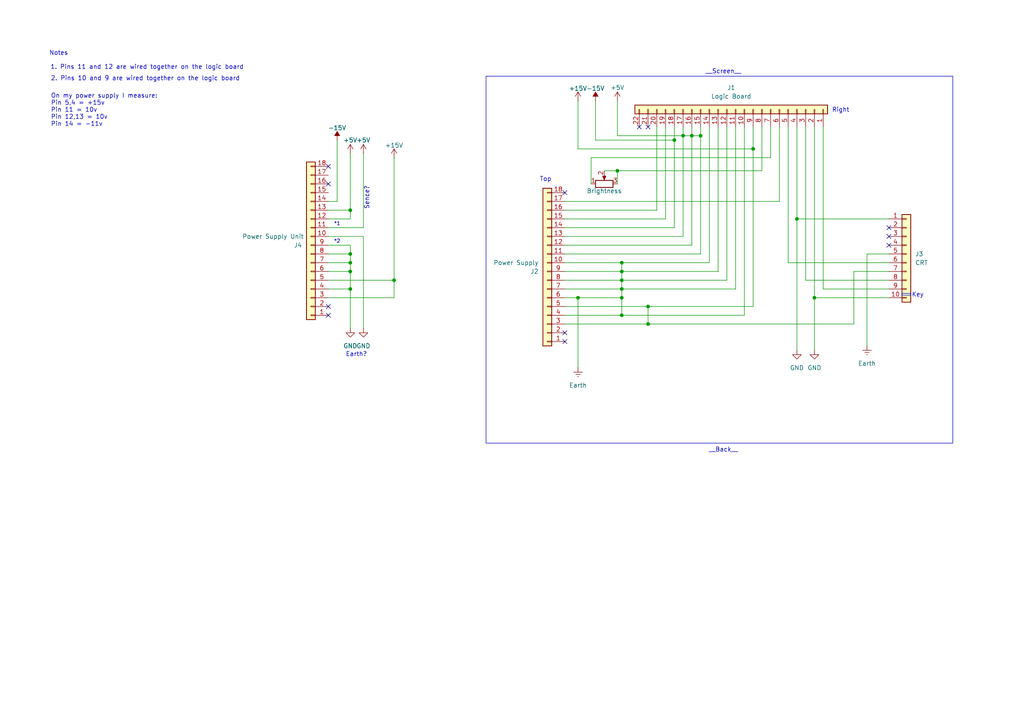
<source format=kicad_sch>
(kicad_sch (version 20231120) (generator "eeschema") (generator_version "8.0")
  (paper "A4")
  (lib_symbols
    (symbol "Connector_Generic:Conn_01x10" (pin_names (offset 1.016) hide)
      (property "Reference" "J" (at 0 12.7 0))
      (property "Value" "Conn_01x10" (at 0 -15.24 0))
      (symbol "Conn_01x10_1_1"
        (rectangle (start -1.27 -12.573) (end 0 -12.827) (stroke (width 0.1524)))
        (rectangle (start -1.27 -10.033) (end 0 -10.287) (stroke (width 0.1524)))
        (rectangle (start -1.27 -7.493) (end 0 -7.747) (stroke (width 0.1524)))
        (rectangle (start -1.27 -4.953) (end 0 -5.207) (stroke (width 0.1524)))
        (rectangle (start -1.27 -2.413) (end 0 -2.667) (stroke (width 0.1524)))
        (rectangle (start -1.27 0.127) (end 0 -0.127) (stroke (width 0.1524)))
        (rectangle (start -1.27 2.667) (end 0 2.413) (stroke (width 0.1524)))
        (rectangle (start -1.27 5.207) (end 0 4.953) (stroke (width 0.1524)))
        (rectangle (start -1.27 7.747) (end 0 7.493) (stroke (width 0.1524)))
        (rectangle (start -1.27 10.287) (end 0 10.033) (stroke (width 0.1524)))
        (rectangle (start -1.27 11.43) (end 1.27 -13.97) (stroke (width 0.254)) (fill (type background)))
        (pin passive line (at -5.08 10.16 0) (length 3.81) (name "Pin_1") (number "1"))
        (pin passive line (at -5.08 -12.7 0) (length 3.81) (name "Pin_10") (number "10"))
        (pin passive line (at -5.08 7.62 0) (length 3.81) (name "Pin_2") (number "2"))
        (pin passive line (at -5.08 5.08 0) (length 3.81) (name "Pin_3") (number "3"))
        (pin passive line (at -5.08 2.54 0) (length 3.81) (name "Pin_4") (number "4"))
        (pin passive line (at -5.08 0 0) (length 3.81) (name "Pin_5") (number "5"))
        (pin passive line (at -5.08 -2.54 0) (length 3.81) (name "Pin_6") (number "6"))
        (pin passive line (at -5.08 -5.08 0) (length 3.81) (name "Pin_7") (number "7"))
        (pin passive line (at -5.08 -7.62 0) (length 3.81) (name "Pin_8") (number "8"))
        (pin passive line (at -5.08 -10.16 0) (length 3.81) (name "Pin_9") (number "9"))
      )
    )
    (symbol "Connector_Generic:Conn_01x18" (pin_names (offset 1.016) hide)
      (property "Reference" "J" (at 0 22.86 0))
      (property "Value" "Conn_01x18" (at 0 -25.4 0))
      (symbol "Conn_01x18_1_1"
        (rectangle (start -1.27 -22.733) (end 0 -22.987) (stroke (width 0.1524)))
        (rectangle (start -1.27 -20.193) (end 0 -20.447) (stroke (width 0.1524)))
        (rectangle (start -1.27 -17.653) (end 0 -17.907) (stroke (width 0.1524)))
        (rectangle (start -1.27 -15.113) (end 0 -15.367) (stroke (width 0.1524)))
        (rectangle (start -1.27 -12.573) (end 0 -12.827) (stroke (width 0.1524)))
        (rectangle (start -1.27 -10.033) (end 0 -10.287) (stroke (width 0.1524)))
        (rectangle (start -1.27 -7.493) (end 0 -7.747) (stroke (width 0.1524)))
        (rectangle (start -1.27 -4.953) (end 0 -5.207) (stroke (width 0.1524)))
        (rectangle (start -1.27 -2.413) (end 0 -2.667) (stroke (width 0.1524)))
        (rectangle (start -1.27 0.127) (end 0 -0.127) (stroke (width 0.1524)))
        (rectangle (start -1.27 2.667) (end 0 2.413) (stroke (width 0.1524)))
        (rectangle (start -1.27 5.207) (end 0 4.953) (stroke (width 0.1524)))
        (rectangle (start -1.27 7.747) (end 0 7.493) (stroke (width 0.1524)))
        (rectangle (start -1.27 10.287) (end 0 10.033) (stroke (width 0.1524)))
        (rectangle (start -1.27 12.827) (end 0 12.573) (stroke (width 0.1524)))
        (rectangle (start -1.27 15.367) (end 0 15.113) (stroke (width 0.1524)))
        (rectangle (start -1.27 17.907) (end 0 17.653) (stroke (width 0.1524)))
        (rectangle (start -1.27 20.447) (end 0 20.193) (stroke (width 0.1524)))
        (rectangle (start -1.27 21.59) (end 1.27 -24.13) (stroke (width 0.254)) (fill (type background)))
        (pin passive line (at -5.08 20.32 0) (length 3.81) (name "Pin_1") (number "1"))
        (pin passive line (at -5.08 -2.54 0) (length 3.81) (name "Pin_10") (number "10"))
        (pin passive line (at -5.08 -5.08 0) (length 3.81) (name "Pin_11") (number "11"))
        (pin passive line (at -5.08 -7.62 0) (length 3.81) (name "Pin_12") (number "12"))
        (pin passive line (at -5.08 -10.16 0) (length 3.81) (name "Pin_13") (number "13"))
        (pin passive line (at -5.08 -12.7 0) (length 3.81) (name "Pin_14") (number "14"))
        (pin passive line (at -5.08 -15.24 0) (length 3.81) (name "Pin_15") (number "15"))
        (pin passive line (at -5.08 -17.78 0) (length 3.81) (name "Pin_16") (number "16"))
        (pin passive line (at -5.08 -20.32 0) (length 3.81) (name "Pin_17") (number "17"))
        (pin passive line (at -5.08 -22.86 0) (length 3.81) (name "Pin_18") (number "18"))
        (pin passive line (at -5.08 17.78 0) (length 3.81) (name "Pin_2") (number "2"))
        (pin passive line (at -5.08 15.24 0) (length 3.81) (name "Pin_3") (number "3"))
        (pin passive line (at -5.08 12.7 0) (length 3.81) (name "Pin_4") (number "4"))
        (pin passive line (at -5.08 10.16 0) (length 3.81) (name "Pin_5") (number "5"))
        (pin passive line (at -5.08 7.62 0) (length 3.81) (name "Pin_6") (number "6"))
        (pin passive line (at -5.08 5.08 0) (length 3.81) (name "Pin_7") (number "7"))
        (pin passive line (at -5.08 2.54 0) (length 3.81) (name "Pin_8") (number "8"))
        (pin passive line (at -5.08 0 0) (length 3.81) (name "Pin_9") (number "9"))
      )
    )
    (symbol "Connector_Generic:Conn_01x22" (pin_names (offset 1.016) hide)
      (property "Reference" "J" (at 0 27.94 0))
      (property "Value" "Conn_01x22" (at 0 -30.48 0))
      (symbol "Conn_01x22_1_1"
        (rectangle (start -1.27 -27.813) (end 0 -28.067) (stroke (width 0.1524)))
        (rectangle (start -1.27 -25.273) (end 0 -25.527) (stroke (width 0.1524)))
        (rectangle (start -1.27 -22.733) (end 0 -22.987) (stroke (width 0.1524)))
        (rectangle (start -1.27 -20.193) (end 0 -20.447) (stroke (width 0.1524)))
        (rectangle (start -1.27 -17.653) (end 0 -17.907) (stroke (width 0.1524)))
        (rectangle (start -1.27 -15.113) (end 0 -15.367) (stroke (width 0.1524)))
        (rectangle (start -1.27 -12.573) (end 0 -12.827) (stroke (width 0.1524)))
        (rectangle (start -1.27 -10.033) (end 0 -10.287) (stroke (width 0.1524)))
        (rectangle (start -1.27 -7.493) (end 0 -7.747) (stroke (width 0.1524)))
        (rectangle (start -1.27 -4.953) (end 0 -5.207) (stroke (width 0.1524)))
        (rectangle (start -1.27 -2.413) (end 0 -2.667) (stroke (width 0.1524)))
        (rectangle (start -1.27 0.127) (end 0 -0.127) (stroke (width 0.1524)))
        (rectangle (start -1.27 2.667) (end 0 2.413) (stroke (width 0.1524)))
        (rectangle (start -1.27 5.207) (end 0 4.953) (stroke (width 0.1524)))
        (rectangle (start -1.27 7.747) (end 0 7.493) (stroke (width 0.1524)))
        (rectangle (start -1.27 10.287) (end 0 10.033) (stroke (width 0.1524)))
        (rectangle (start -1.27 12.827) (end 0 12.573) (stroke (width 0.1524)))
        (rectangle (start -1.27 15.367) (end 0 15.113) (stroke (width 0.1524)))
        (rectangle (start -1.27 17.907) (end 0 17.653) (stroke (width 0.1524)))
        (rectangle (start -1.27 20.447) (end 0 20.193) (stroke (width 0.1524)))
        (rectangle (start -1.27 22.987) (end 0 22.733) (stroke (width 0.1524)))
        (rectangle (start -1.27 25.527) (end 0 25.273) (stroke (width 0.1524)))
        (rectangle (start -1.27 26.67) (end 1.27 -29.21) (stroke (width 0.254)) (fill (type background)))
        (pin passive line (at -5.08 25.4 0) (length 3.81) (name "Pin_1") (number "1"))
        (pin passive line (at -5.08 2.54 0) (length 3.81) (name "Pin_10") (number "10"))
        (pin passive line (at -5.08 0 0) (length 3.81) (name "Pin_11") (number "11"))
        (pin passive line (at -5.08 -2.54 0) (length 3.81) (name "Pin_12") (number "12"))
        (pin passive line (at -5.08 -5.08 0) (length 3.81) (name "Pin_13") (number "13"))
        (pin passive line (at -5.08 -7.62 0) (length 3.81) (name "Pin_14") (number "14"))
        (pin passive line (at -5.08 -10.16 0) (length 3.81) (name "Pin_15") (number "15"))
        (pin passive line (at -5.08 -12.7 0) (length 3.81) (name "Pin_16") (number "16"))
        (pin passive line (at -5.08 -15.24 0) (length 3.81) (name "Pin_17") (number "17"))
        (pin passive line (at -5.08 -17.78 0) (length 3.81) (name "Pin_18") (number "18"))
        (pin passive line (at -5.08 -20.32 0) (length 3.81) (name "Pin_19") (number "19"))
        (pin passive line (at -5.08 22.86 0) (length 3.81) (name "Pin_2") (number "2"))
        (pin passive line (at -5.08 -22.86 0) (length 3.81) (name "Pin_20") (number "20"))
        (pin passive line (at -5.08 -25.4 0) (length 3.81) (name "Pin_21") (number "21"))
        (pin passive line (at -5.08 -27.94 0) (length 3.81) (name "Pin_22") (number "22"))
        (pin passive line (at -5.08 20.32 0) (length 3.81) (name "Pin_3") (number "3"))
        (pin passive line (at -5.08 17.78 0) (length 3.81) (name "Pin_4") (number "4"))
        (pin passive line (at -5.08 15.24 0) (length 3.81) (name "Pin_5") (number "5"))
        (pin passive line (at -5.08 12.7 0) (length 3.81) (name "Pin_6") (number "6"))
        (pin passive line (at -5.08 10.16 0) (length 3.81) (name "Pin_7") (number "7"))
        (pin passive line (at -5.08 7.62 0) (length 3.81) (name "Pin_8") (number "8"))
        (pin passive line (at -5.08 5.08 0) (length 3.81) (name "Pin_9") (number "9"))
      )
    )
    (symbol "Device:R_Potentiometer" (pin_names (offset 1.016) hide)
      (property "Reference" "RV" (at -4.445 0 90))
      (property "Value" "R_Potentiometer" (at -2.54 0 90))
      (symbol "R_Potentiometer_0_1"
        (polyline (pts (xy 2.54 0) (xy 1.524 0)))
        (polyline (pts (xy 1.143 0) (xy 2.286 0.508) (xy 2.286 -0.508) (xy 1.143 0)) (fill (type outline)))
        (rectangle (start 1.016 2.54) (end -1.016 -2.54) (stroke (width 0.254)))
      )
      (symbol "R_Potentiometer_1_1"
        (pin passive line (at 0 3.81 270) (length 1.27) (name "1") (number "1"))
        (pin passive line (at 3.81 0 180) (length 1.27) (name "2") (number "2"))
        (pin passive line (at 0 -3.81 90) (length 1.27) (name "3") (number "3"))
      )
    )
    (symbol "power:+15V" (power) (pin_numbers hide) (pin_names (offset 0) hide)
      (property "Value" "+15V" (at 0 3.556 0))
      (symbol "+15V_0_1"
        (polyline (pts (xy -0.762 1.27) (xy 0 2.54)))
        (polyline (pts (xy 0 0) (xy 0 2.54)))
        (polyline (pts (xy 0 2.54) (xy 0.762 1.27)))
      )
      (symbol "+15V_1_1"
        (pin power_in line (at 0 0 90) (length 0) (name "~") (number "1"))
      )
    )
    (symbol "power:+5V" (power) (pin_numbers hide) (pin_names (offset 0) hide)
      (property "Value" "+5V" (at 0 3.556 0))
      (symbol "+5V_0_1"
        (polyline (pts (xy -0.762 1.27) (xy 0 2.54)))
        (polyline (pts (xy 0 0) (xy 0 2.54)))
        (polyline (pts (xy 0 2.54) (xy 0.762 1.27)))
      )
      (symbol "+5V_1_1"
        (pin power_in line (at 0 0 90) (length 0) (name "~") (number "1"))
      )
    )
    (symbol "power:-15V" (power) (pin_numbers hide) (pin_names (offset 0) hide)
      (property "Value" "-15V" (at 0 3.556 0))
      (symbol "-15V_0_0"
        (pin power_in line (at 0 0 90) (length 0) (name "~") (number "1"))
      )
      (symbol "-15V_0_1"
        (polyline (pts (xy 0 0) (xy 0 1.27) (xy 0.762 1.27) (xy 0 2.54) (xy -0.762 1.27) (xy 0 1.27)) (fill (type outline)))
      )
    )
    (symbol "power:Earth" (power) (pin_numbers hide) (pin_names (offset 0) hide)
      (property "Value" "Earth" (at 0 -3.81 0))
      (symbol "Earth_0_1"
        (polyline (pts (xy -0.635 -1.905) (xy 0.635 -1.905)))
        (polyline (pts (xy -0.127 -2.54) (xy 0.127 -2.54)))
        (polyline (pts (xy 0 -1.27) (xy 0 0)))
        (polyline (pts (xy 1.27 -1.27) (xy -1.27 -1.27)))
      )
      (symbol "Earth_1_1"
        (pin power_in line (at 0 0 270) (length 0) (name "~") (number "1"))
      )
    )
    (symbol "power:GND" (power) (pin_numbers hide) (pin_names (offset 0) hide)
      (property "Value" "GND" (at 0 -3.81 0))
      (symbol "GND_0_1"
        (polyline (pts (xy 0 0) (xy 0 -1.27) (xy 1.27 -1.27) (xy 0 -2.54) (xy -1.27 -1.27) (xy 0 -1.27)))
      )
      (symbol "GND_1_1"
        (pin power_in line (at 0 0 270) (length 0) (name "~") (number "1"))
      )
    )
  )
  (junction (at 101.6 73.66))
  (junction (at 236.22 86.36))
  (junction (at 187.96 88.9))
  (junction (at 195.58 40.64))
  (junction (at 218.44 43.18))
  (junction (at 231.14 63.5))
  (junction (at 203.2 39.37))
  (junction (at 198.12 39.37))
  (junction (at 101.6 76.2))
  (junction (at 187.96 93.98))
  (junction (at 101.6 83.82))
  (junction (at 114.3 81.28))
  (junction (at 167.64 86.36))
  (junction (at 180.34 78.74))
  (junction (at 179.07 49.53))
  (junction (at 180.34 76.2))
  (junction (at 180.34 91.44))
  (junction (at 101.6 60.96))
  (junction (at 180.34 81.28))
  (junction (at 180.34 83.82))
  (junction (at 180.34 86.36))
  (junction (at 200.66 39.37))
  (junction (at 101.6 78.74))
  (no_connect (at 163.83 55.88))
  (no_connect (at 185.42 36.83))
  (no_connect (at 95.25 91.44))
  (no_connect (at 95.25 53.34))
  (no_connect (at 163.83 96.52))
  (no_connect (at 257.81 68.58))
  (no_connect (at 163.83 99.06))
  (no_connect (at 257.81 66.04))
  (no_connect (at 95.25 48.26))
  (no_connect (at 257.81 71.12))
  (no_connect (at 187.96 36.83))
  (no_connect (at 95.25 88.9))
  (wire (pts (xy 236.22 86.36) (xy 236.22 101.6)))
  (wire (pts (xy 257.81 78.74) (xy 247.65 78.74)))
  (wire (pts (xy 163.83 76.2) (xy 180.34 76.2)))
  (wire (pts (xy 101.6 76.2) (xy 101.6 73.66)))
  (wire (pts (xy 95.25 78.74) (xy 101.6 78.74)))
  (wire (pts (xy 257.81 76.2) (xy 228.6 76.2)))
  (wire (pts (xy 187.96 88.9) (xy 163.83 88.9)))
  (wire (pts (xy 203.2 39.37) (xy 203.2 36.83)))
  (wire (pts (xy 257.81 83.82) (xy 238.76 83.82)))
  (wire (pts (xy 163.83 91.44) (xy 180.34 91.44)))
  (wire (pts (xy 257.81 73.66) (xy 251.46 73.66)))
  (wire (pts (xy 101.6 44.45) (xy 101.6 60.96)))
  (wire (pts (xy 231.14 63.5) (xy 231.14 101.6)))
  (wire (pts (xy 101.6 83.82) (xy 101.6 78.74)))
  (wire (pts (xy 215.9 91.44) (xy 215.9 36.83)))
  (wire (pts (xy 180.34 76.2) (xy 180.34 78.74)))
  (wire (pts (xy 236.22 86.36) (xy 236.22 36.83)))
  (wire (pts (xy 179.07 29.21) (xy 179.07 39.37)))
  (wire (pts (xy 101.6 63.5) (xy 101.6 60.96)))
  (wire (pts (xy 175.26 49.53) (xy 179.07 49.53)))
  (wire (pts (xy 180.34 81.28) (xy 180.34 83.82)))
  (wire (pts (xy 180.34 91.44) (xy 215.9 91.44)))
  (wire (pts (xy 101.6 83.82) (xy 101.6 95.25)))
  (wire (pts (xy 231.14 63.5) (xy 257.81 63.5)))
  (wire (pts (xy 95.25 81.28) (xy 114.3 81.28)))
  (wire (pts (xy 200.66 39.37) (xy 203.2 39.37)))
  (wire (pts (xy 198.12 39.37) (xy 198.12 36.83)))
  (wire (pts (xy 205.74 76.2) (xy 205.74 36.83)))
  (wire (pts (xy 172.72 40.64) (xy 195.58 40.64)))
  (wire (pts (xy 220.98 36.83) (xy 220.98 49.53)))
  (wire (pts (xy 208.28 36.83) (xy 208.28 78.74)))
  (wire (pts (xy 223.52 36.83) (xy 223.52 45.72)))
  (wire (pts (xy 167.64 86.36) (xy 167.64 106.68)))
  (wire (pts (xy 95.25 66.04) (xy 105.41 66.04)))
  (wire (pts (xy 231.14 36.83) (xy 231.14 63.5)))
  (wire (pts (xy 210.82 36.83) (xy 210.82 81.28)))
  (wire (pts (xy 187.96 93.98) (xy 163.83 93.98)))
  (wire (pts (xy 190.5 60.96) (xy 190.5 36.83)))
  (wire (pts (xy 167.64 29.21) (xy 167.64 43.18)))
  (wire (pts (xy 218.44 36.83) (xy 218.44 43.18)))
  (wire (pts (xy 257.81 86.36) (xy 236.22 86.36)))
  (wire (pts (xy 200.66 36.83) (xy 200.66 39.37)))
  (wire (pts (xy 228.6 76.2) (xy 228.6 36.83)))
  (wire (pts (xy 247.65 93.98) (xy 187.96 93.98)))
  (wire (pts (xy 101.6 73.66) (xy 95.25 73.66)))
  (wire (pts (xy 101.6 76.2) (xy 95.25 76.2)))
  (wire (pts (xy 198.12 39.37) (xy 200.66 39.37)))
  (wire (pts (xy 198.12 68.58) (xy 198.12 39.37)))
  (wire (pts (xy 95.25 83.82) (xy 101.6 83.82)))
  (wire (pts (xy 171.45 45.72) (xy 171.45 53.34)))
  (wire (pts (xy 195.58 40.64) (xy 195.58 36.83)))
  (wire (pts (xy 238.76 83.82) (xy 238.76 36.83)))
  (wire (pts (xy 251.46 73.66) (xy 251.46 100.33)))
  (wire (pts (xy 210.82 81.28) (xy 180.34 81.28)))
  (wire (pts (xy 180.34 78.74) (xy 180.34 81.28)))
  (wire (pts (xy 101.6 78.74) (xy 101.6 76.2)))
  (wire (pts (xy 203.2 73.66) (xy 203.2 39.37)))
  (wire (pts (xy 195.58 66.04) (xy 195.58 40.64)))
  (wire (pts (xy 200.66 71.12) (xy 163.83 71.12)))
  (wire (pts (xy 180.34 81.28) (xy 163.83 81.28)))
  (wire (pts (xy 163.83 60.96) (xy 190.5 60.96)))
  (wire (pts (xy 163.83 66.04) (xy 195.58 66.04)))
  (wire (pts (xy 101.6 73.66) (xy 101.6 71.12)))
  (wire (pts (xy 226.06 58.42) (xy 163.83 58.42)))
  (wire (pts (xy 167.64 86.36) (xy 180.34 86.36)))
  (wire (pts (xy 200.66 39.37) (xy 200.66 71.12)))
  (wire (pts (xy 180.34 86.36) (xy 180.34 91.44)))
  (wire (pts (xy 163.83 86.36) (xy 167.64 86.36)))
  (wire (pts (xy 180.34 83.82) (xy 180.34 86.36)))
  (wire (pts (xy 180.34 78.74) (xy 163.83 78.74)))
  (wire (pts (xy 95.25 63.5) (xy 101.6 63.5)))
  (wire (pts (xy 179.07 49.53) (xy 220.98 49.53)))
  (wire (pts (xy 247.65 78.74) (xy 247.65 93.98)))
  (wire (pts (xy 163.83 73.66) (xy 203.2 73.66)))
  (wire (pts (xy 163.83 68.58) (xy 198.12 68.58)))
  (wire (pts (xy 213.36 36.83) (xy 213.36 83.82)))
  (wire (pts (xy 218.44 43.18) (xy 218.44 88.9)))
  (wire (pts (xy 257.81 81.28) (xy 233.68 81.28)))
  (wire (pts (xy 95.25 60.96) (xy 101.6 60.96)))
  (wire (pts (xy 95.25 58.42) (xy 97.79 58.42)))
  (wire (pts (xy 179.07 53.34) (xy 179.07 49.53)))
  (wire (pts (xy 198.12 39.37) (xy 179.07 39.37)))
  (wire (pts (xy 101.6 71.12) (xy 95.25 71.12)))
  (wire (pts (xy 95.25 68.58) (xy 105.41 68.58)))
  (wire (pts (xy 105.41 44.45) (xy 105.41 66.04)))
  (wire (pts (xy 193.04 63.5) (xy 193.04 36.83)))
  (wire (pts (xy 226.06 36.83) (xy 226.06 58.42)))
  (wire (pts (xy 213.36 83.82) (xy 180.34 83.82)))
  (wire (pts (xy 218.44 43.18) (xy 167.64 43.18)))
  (wire (pts (xy 180.34 76.2) (xy 205.74 76.2)))
  (wire (pts (xy 218.44 88.9) (xy 187.96 88.9)))
  (wire (pts (xy 105.41 68.58) (xy 105.41 95.25)))
  (wire (pts (xy 114.3 45.72) (xy 114.3 81.28)))
  (wire (pts (xy 208.28 78.74) (xy 180.34 78.74)))
  (wire (pts (xy 233.68 81.28) (xy 233.68 36.83)))
  (wire (pts (xy 172.72 29.21) (xy 172.72 40.64)))
  (wire (pts (xy 163.83 63.5) (xy 193.04 63.5)))
  (wire (pts (xy 187.96 88.9) (xy 187.96 93.98)))
  (wire (pts (xy 97.79 40.64) (xy 97.79 58.42)))
  (wire (pts (xy 180.34 83.82) (xy 163.83 83.82)))
  (wire (pts (xy 114.3 86.36) (xy 114.3 81.28)))
  (wire (pts (xy 171.45 45.72) (xy 223.52 45.72)))
  (wire (pts (xy 95.25 86.36) (xy 114.3 86.36)))
  (rectangle (start 261.62 85.09) (end 264.16 85.598) (fill (type color) (color 0 0 255 1)))
  (rectangle (start 140.97 22.098) (end 276.352 128.524))
  (text "Right" (at 243.84 32.004 0) (effects (font (size 1.27 1.27))))
  (text "On my power supply I measure:\nPin 5,4 = +15v\nPin 11 = 10v\nPin 12,13 = 10v\nPin 14 = -11v" (at 14.732 32.004 0) (effects (font (size 1.27 1.27)) (justify left)))
  (text "2. Pins 10 and 9 are wired together on the logic board" (at 42.164 22.86 0) (effects (font (size 1.27 1.27))))
  (text "^{*2}" (at 97.79 70.358 0) (effects (font (size 1.27 1.27))))
  (text "1. Pins 11 and 12 are wired together on the logic board" (at 42.672 19.558 0) (effects (font (size 1.27 1.27))))
  (text "Key" (at 266.192 85.598 0) (effects (font (size 1.27 1.27))))
  (text "Notes" (at 17.018 15.494 0) (effects (font (size 1.27 1.27))))
  (text "Sence?" (at 106.426 57.404 90) (effects (font (size 1.27 1.27))))
  (text "^{*1}" (at 97.79 65.278 0) (effects (font (size 1.27 1.27))))
  (text "__Screen__" (at 209.804 20.828 0) (effects (font (size 1.27 1.27))))
  (text "Earth?" (at 103.378 102.87 0) (effects (font (size 1.27 1.27))))
  (text "Top" (at 158.242 52.07 0) (effects (font (size 1.27 1.27))))
  (text "__Back__" (at 209.804 130.556 0) (effects (font (size 1.27 1.27))))
  (symbol (lib_id "power:+15V") (at 167.64 29.21 0) (unit 1)
    (property "Reference" "#PWR08" (effects (hide yes)))
    (property "Value" "+15V" (at 167.64 25.654 0))
    (property "Description" "Power symbol creates a global label with name \"+15V\"" (effects (hide yes)))
  )
  (symbol (lib_id "power:-15V") (at 97.79 40.64 0) (unit 1)
    (property "Reference" "#PWR013" (effects (hide yes)))
    (property "Value" "-15V" (at 97.79 37.084 0))
    (property "Description" "Power symbol creates a global label with name \"-15V\"" (effects (hide yes)))
  )
  (symbol (lib_id "power:GND") (at 236.22 101.6 0) (unit 1)
    (property "Reference" "#PWR04" (effects (hide yes)))
    (property "Value" "GND" (at 236.22 106.68 0))
    (property "Description" "Power symbol creates a global label with name \"GND\" , ground" (effects (hide yes)))
  )
  (symbol (lib_id "Connector_Generic:Conn_01x22") (at 213.36 31.75 270) (mirror x) (unit 1)
    (property "Reference" "J1" (at 212.09 25.4 90))
    (property "Value" "Logic Board" (at 212.09 27.94 90))
    (property "Description" "Generic connector, single row, 01x22, script generated (kicad-library-utils/schlib/autogen/connector/)" (effects (hide yes)))
  )
  (symbol (lib_id "Connector_Generic:Conn_01x18") (at 158.75 78.74 180) (unit 1)
    (property "Reference" "J2" (at 156.21 78.7401 0) (effects (justify left)))
    (property "Value" "Power Supply" (at 156.21 76.2001 0) (effects (justify left)))
    (property "Description" "Generic connector, single row, 01x18, script generated (kicad-library-utils/schlib/autogen/connector/)" (effects (hide yes)))
  )
  (symbol (lib_id "power:-15V") (at 172.72 29.21 0) (unit 1)
    (property "Reference" "#PWR07" (effects (hide yes)))
    (property "Value" "-15V" (at 172.72 25.654 0))
    (property "Description" "Power symbol creates a global label with name \"-15V\"" (effects (hide yes)))
  )
  (symbol (lib_id "power:GND") (at 105.41 95.25 0) (unit 1)
    (property "Reference" "#PWR012" (effects (hide yes)))
    (property "Value" "GND" (at 105.41 100.33 0))
    (property "Description" "Power symbol creates a global label with name \"GND\" , ground" (effects (hide yes)))
  )
  (symbol (lib_id "power:Earth") (at 251.46 100.33 0) (unit 1)
    (property "Reference" "#PWR01" (effects (hide yes)))
    (property "Value" "Earth" (at 251.46 105.41 0))
    (property "Description" "Power symbol creates a global label with name \"Earth\"" (effects (hide yes)))
  )
  (symbol (lib_id "power:+5V") (at 179.07 29.21 0) (unit 1)
    (property "Reference" "#PWR06" (effects (hide yes)))
    (property "Value" "+5V" (at 179.07 25.4 0))
    (property "Description" "Power symbol creates a global label with name \"+5V\"" (effects (hide yes)))
  )
  (symbol (lib_id "power:Earth") (at 167.64 106.68 0) (unit 1)
    (property "Reference" "#PWR02" (effects (hide yes)))
    (property "Value" "Earth" (at 167.64 111.76 0))
    (property "Description" "Power symbol creates a global label with name \"Earth\"" (effects (hide yes)))
  )
  (symbol (lib_id "power:+15V") (at 114.3 45.72 0) (unit 1)
    (property "Reference" "#PWR09" (effects (hide yes)))
    (property "Value" "+15V" (at 114.3 42.164 0))
    (property "Description" "Power symbol creates a global label with name \"+15V\"" (effects (hide yes)))
  )
  (symbol (lib_id "Connector_Generic:Conn_01x10") (at 262.89 73.66 0) (unit 1)
    (property "Reference" "J3" (at 265.43 73.6599 0) (effects (justify left)))
    (property "Value" "CRT" (at 265.43 76.1999 0) (effects (justify left)))
    (property "Description" "Generic connector, single row, 01x10, script generated (kicad-library-utils/schlib/autogen/connector/)" (effects (hide yes)))
  )
  (symbol (lib_id "power:GND") (at 101.6 95.25 0) (unit 1)
    (property "Reference" "#PWR03" (effects (hide yes)))
    (property "Value" "GND" (at 101.6 100.33 0))
    (property "Description" "Power symbol creates a global label with name \"GND\" , ground" (effects (hide yes)))
  )
  (symbol (lib_id "power:GND") (at 231.14 101.6 0) (unit 1)
    (property "Reference" "#PWR05" (effects (hide yes)))
    (property "Value" "GND" (at 231.14 106.68 0))
    (property "Description" "Power symbol creates a global label with name \"GND\" , ground" (effects (hide yes)))
  )
  (symbol (lib_id "Connector_Generic:Conn_01x18") (at 90.17 71.12 180) (unit 1)
    (property "Reference" "J4" (at 87.63 71.1201 0) (effects (justify left)))
    (property "Value" "Power Supply Unit" (at 88.138 68.58 0) (effects (justify left)))
    (property "Description" "Generic connector, single row, 01x18, script generated (kicad-library-utils/schlib/autogen/connector/)" (effects (hide yes)))
  )
  (symbol (lib_id "Device:R_Potentiometer") (at 175.26 53.34 90) (unit 1)
    (property "Reference" "RV1" (effects (hide yes)))
    (property "Value" "Brightness" (at 175.26 55.372 90))
    (property "Description" "Potentiometer" (effects (hide yes)))
  )
  (symbol (lib_id "power:+5V") (at 105.41 44.45 0) (unit 1)
    (property "Reference" "#PWR011" (effects (hide yes)))
    (property "Value" "+5V" (at 105.41 40.64 0))
    (property "Description" "Power symbol creates a global label with name \"+5V\"" (effects (hide yes)))
  )
  (symbol (lib_id "power:+5V") (at 101.6 44.45 0) (unit 1)
    (property "Reference" "#PWR010" (effects (hide yes)))
    (property "Value" "+5V" (at 101.6 40.64 0))
    (property "Description" "Power symbol creates a global label with name \"+5V\"" (effects (hide yes)))
  )
)
</source>
